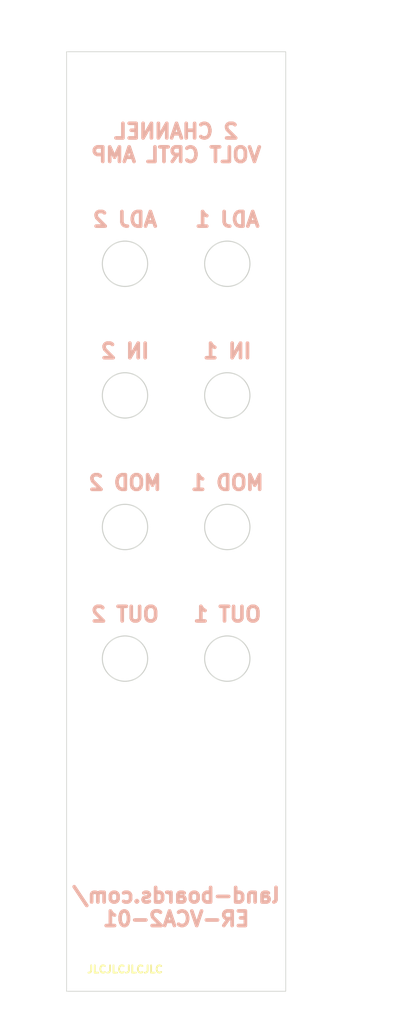
<source format=kicad_pcb>
(kicad_pcb (version 20211014) (generator pcbnew)
  (title_block (date "2022-10-17") (rev "1"))
  (layers (0 "F.Cu" signal) (31 "B.Cu" signal) (34 "B.Paste" user) (35 "F.Paste" user) (36 "B.SilkS" user "B.Silkscreen") (37 "F.SilkS" user "F.Silkscreen") (38 "B.Mask" user) (39 "F.Mask" user) (44 "Edge.Cuts" user))
  (net 0 "")
  (footprint "" (layer "F.Cu") (at 22 125.5)
    (fp_text reference "" (at 0 0) (layer "F.SilkS") (effects (font (size 1.27 1.27))))
    (fp_text value "" (at 0 0) (layer "F.SilkS") (effects (font (size 1.27 1.27))))
    (pad "" np_thru_hole oval (at 0 0) (size 12 3.2) (drill oval 12 3.2) (layers F&B.Cu *.Mask))
    (pad "" np_thru_hole oval (at 0 0) (size 12 3.2) (drill oval 12 3.2) (layers F&B.Cu *.Mask))
    (pad "" np_thru_hole oval (at 0 0) (size 12 3.2) (drill oval 12 3.2) (layers F&B.Cu *.Mask))
  )
  (footprint "" (layer "F.Cu") (at 22 3)
    (fp_text reference "" (at 0 0) (layer "F.SilkS") (effects (font (size 1.27 1.27))))
    (fp_text value "" (at 0 0) (layer "F.SilkS") (effects (font (size 1.27 1.27))))
    (pad "" np_thru_hole oval (at 0 0) (size 12 3.2) (drill oval 12 3.2) (layers F&B.Cu *.Mask))
    (pad "" np_thru_hole oval (at 0 0) (size 12 3.2) (drill oval 12 3.2) (layers F&B.Cu *.Mask))
    (pad "" np_thru_hole oval (at 0 0) (size 12 3.2) (drill oval 12 3.2) (layers F&B.Cu *.Mask))
  )
  (gr_circle (center 8 83) (end 11.1 83) (layer "Edge.Cuts") (width 0.15) (fill none))
  (gr_circle (center 8 47) (end 11.1 47) (layer "Edge.Cuts") (width 0.15) (fill none))
  (gr_rect (start 0 0) (end 30 128.5) (layer "Edge.Cuts") (width 0.1) (fill none))
  (gr_circle (center 8 29) (end 11.1 29) (layer "Edge.Cuts") (width 0.15) (fill none))
  (gr_circle (center 22 47) (end 25.1 47) (layer "Edge.Cuts") (width 0.15) (fill none))
  (gr_circle (center 8 65) (end 11.1 65) (layer "Edge.Cuts") (width 0.15) (fill none))
  (gr_circle (center 22 65) (end 25.1 65) (layer "Edge.Cuts") (width 0.15) (fill none))
  (gr_circle (center 22 83) (end 25.1 83) (layer "Edge.Cuts") (width 0.15) (fill none))
  (gr_circle (center 22 29) (end 25.1 29) (layer "Edge.Cuts") (width 0.15) (fill none))
  (gr_text "ADJ 2" (at 8 22.95) (layer "B.SilkS") (effects (font (size 2 2) (thickness 0.5)) (justify mirror)))
  (gr_text "OUT 2" (at 8 76.95) (layer "B.SilkS") (effects (font (size 2 2) (thickness 0.5)) (justify mirror)))
  (gr_text "OUT 1" (at 22 76.95) (layer "B.SilkS") (effects (font (size 2 2) (thickness 0.5)) (justify mirror)))
  (gr_text "land-boards.com/\nER-VCA2-01" (at 15 117) (layer "B.SilkS") (effects (font (size 2 2) (thickness 0.5)) (justify mirror)))
  (gr_text "MOD 1" (at 22 58.95) (layer "B.SilkS") (effects (font (size 2 2) (thickness 0.5)) (justify mirror)))
  (gr_text "2 CHANNEL\nVOLT CRTL AMP" (at 15 12.5) (layer "B.SilkS") (effects (font (size 2 2) (thickness 0.5)) (justify mirror)))
  (gr_text "IN 2" (at 8 40.95) (layer "B.SilkS") (effects (font (size 2 2) (thickness 0.5)) (justify mirror)))
  (gr_text "ADJ 1" (at 22 22.95) (layer "B.SilkS") (effects (font (size 2 2) (thickness 0.5)) (justify mirror)))
  (gr_text "MOD 2" (at 8 58.95) (layer "B.SilkS") (effects (font (size 2 2) (thickness 0.5)) (justify mirror)))
  (gr_text "IN 1" (at 22 40.95) (layer "B.SilkS") (effects (font (size 2 2) (thickness 0.5)) (justify mirror)))
  (gr_text "JLCJLCJLCJLC" (at 8 125.5) (layer "F.SilkS") (effects (font (size 1 1) (thickness 0.25))))
)
</source>
